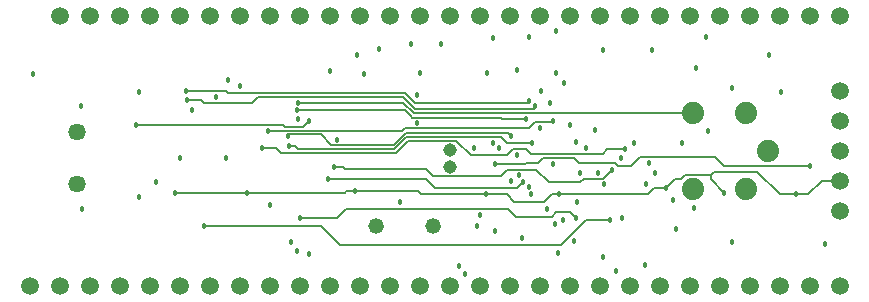
<source format=gbr>
G04 #@! TF.FileFunction,Copper,L3,Inr,Plane*
%FSLAX46Y46*%
G04 Gerber Fmt 4.6, Leading zero omitted, Abs format (unit mm)*
G04 Created by KiCad (PCBNEW 4.0.1-stable) date 2017-03-15 4:54:50 PM*
%MOMM*%
G01*
G04 APERTURE LIST*
%ADD10C,0.100000*%
%ADD11C,1.320800*%
%ADD12C,1.143000*%
%ADD13C,1.879600*%
%ADD14C,1.457960*%
%ADD15C,1.498600*%
%ADD16C,0.457000*%
%ADD17C,0.127000*%
G04 APERTURE END LIST*
D10*
D11*
X148374100Y-111353600D03*
X143548100Y-111353600D03*
D12*
X149771100Y-106324400D03*
X149771100Y-104952800D03*
D13*
X170370500Y-108254800D03*
X170370500Y-101752400D03*
X174891700Y-108254800D03*
X174891700Y-101752400D03*
X176730660Y-105003600D03*
D14*
X118227100Y-103438960D03*
X118227100Y-107838240D03*
D15*
X116751100Y-93573600D03*
X119291100Y-93573600D03*
X121831100Y-93573600D03*
X124371100Y-93573600D03*
X134531100Y-93573600D03*
X137071100Y-93573600D03*
X139611100Y-93573600D03*
X142151100Y-93573600D03*
X144691100Y-93573600D03*
X147231100Y-93573600D03*
X149771100Y-93573600D03*
X131991100Y-93573600D03*
X152311100Y-93573600D03*
X129451100Y-93573600D03*
X154851100Y-93573600D03*
X126911100Y-93573600D03*
X157391100Y-93573600D03*
X159931100Y-93573600D03*
X159931100Y-116433600D03*
X157391100Y-116433600D03*
X154851100Y-116433600D03*
X152311100Y-116433600D03*
X149771100Y-116433600D03*
X147231100Y-116433600D03*
X144691100Y-116433600D03*
X142151100Y-116433600D03*
X139611100Y-116433600D03*
X137071100Y-116433600D03*
X134531100Y-116433600D03*
X131991100Y-116433600D03*
X129451100Y-116433600D03*
X126911100Y-116433600D03*
X162471100Y-93573600D03*
X165011100Y-93573600D03*
X167551100Y-93573600D03*
X170091100Y-93573600D03*
X172631100Y-93573600D03*
X182791100Y-99923600D03*
X175171100Y-93573600D03*
X182791100Y-102463600D03*
X177711100Y-93573600D03*
X182791100Y-105003600D03*
X177711100Y-116433600D03*
X182791100Y-107543600D03*
X175171100Y-116433600D03*
X182791100Y-110083600D03*
X172631100Y-116433600D03*
X170091100Y-116433600D03*
X167551100Y-116433600D03*
X165011100Y-116433600D03*
X162471100Y-116433600D03*
X180251100Y-116433600D03*
X114211100Y-116433600D03*
X180251100Y-93573600D03*
X182791100Y-93573600D03*
X124371100Y-116433600D03*
X121831100Y-116433600D03*
X119291100Y-116433600D03*
X116751100Y-116433600D03*
X182791100Y-116433600D03*
D16*
X130848100Y-105638600D03*
X126911100Y-105638600D03*
X176822100Y-96875600D03*
X124879100Y-107670600D03*
X155867100Y-112369600D03*
X145580100Y-109321600D03*
X160312100Y-112623600D03*
X157518100Y-99923600D03*
X123482100Y-108940600D03*
X134531100Y-109575600D03*
X169456100Y-104368600D03*
X167170100Y-106908600D03*
X140246100Y-104038400D03*
X158661100Y-111226600D03*
X118656100Y-109956600D03*
X118529100Y-101193600D03*
X130000000Y-100425000D03*
X168948100Y-111607600D03*
X127927100Y-101574600D03*
X153600000Y-111775000D03*
X152819100Y-108686600D03*
X141770100Y-108432600D03*
X132626100Y-108559600D03*
X126530100Y-108559600D03*
X159042100Y-108686600D03*
X159423100Y-99288600D03*
X168059100Y-108178600D03*
X179108100Y-108686600D03*
X173012100Y-108559600D03*
X166662100Y-106019600D03*
X173647100Y-112750600D03*
X123482100Y-100050600D03*
X114465100Y-98526600D03*
X146977100Y-100304600D03*
X146977100Y-102641400D03*
X164376100Y-110718600D03*
X164249100Y-105638600D03*
X155486100Y-105384600D03*
X155613100Y-107035600D03*
X158788100Y-94843600D03*
X158788100Y-98399600D03*
X171488100Y-95351600D03*
X156502100Y-95351600D03*
X155486100Y-98145600D03*
X157010100Y-101193600D03*
X127546100Y-100685600D03*
X156502100Y-100812600D03*
X127419100Y-99923600D03*
X130975100Y-99034600D03*
X131991100Y-99542600D03*
X162090100Y-103225600D03*
X161328100Y-104749600D03*
X180251100Y-106273600D03*
X153581100Y-106146600D03*
X136309100Y-112750600D03*
X136055100Y-103733600D03*
X154978100Y-107543600D03*
X154978100Y-103733600D03*
X123228100Y-102844600D03*
X137833100Y-102463600D03*
X139484100Y-107416600D03*
X155994100Y-107670600D03*
X156502100Y-108051600D03*
X156248100Y-102336600D03*
X136817100Y-101574600D03*
X136817100Y-113512600D03*
X136182100Y-104622600D03*
X156756100Y-104368600D03*
X156629100Y-108686600D03*
X166916100Y-96494600D03*
X162725100Y-96494600D03*
X162344100Y-106908600D03*
X160820100Y-106908600D03*
X160566100Y-109321600D03*
X158915100Y-113639600D03*
X159375000Y-110850000D03*
X150533100Y-114782600D03*
X152311100Y-110464600D03*
X151041100Y-115417600D03*
X152057100Y-111353600D03*
X137833100Y-113766600D03*
X137071100Y-110718600D03*
X136944100Y-102336600D03*
X160439100Y-110718600D03*
X181521100Y-112877600D03*
X158026100Y-109956600D03*
X151803100Y-104749600D03*
X153454100Y-95478600D03*
X153962100Y-104749600D03*
X147231100Y-98399600D03*
X152946100Y-98399600D03*
X153454100Y-104368600D03*
X128943100Y-111353600D03*
X163360100Y-110845600D03*
X162725100Y-114020600D03*
X162852100Y-107797600D03*
X168694100Y-109194600D03*
X170472100Y-109829600D03*
X158534100Y-106146600D03*
X163487100Y-106654600D03*
X139992100Y-106400600D03*
X164630100Y-104876600D03*
X133896100Y-104749600D03*
X166281100Y-114655600D03*
X166408100Y-107797600D03*
X163868100Y-115163600D03*
X165392100Y-104368600D03*
X160439100Y-104241600D03*
X171615100Y-103352600D03*
X170599100Y-98018600D03*
X157391100Y-103098600D03*
X159931100Y-102844600D03*
X177838100Y-100050600D03*
X173647100Y-99669600D03*
X158534100Y-102463600D03*
X134404100Y-103352600D03*
X158280100Y-100939600D03*
X146469100Y-95986600D03*
X149009100Y-95986600D03*
X143802100Y-96367600D03*
X141897100Y-96875600D03*
X139611100Y-98272600D03*
X142532100Y-98526600D03*
X136944100Y-100939600D03*
D17*
X154597100Y-108686600D02*
X152819100Y-108686600D01*
X152819100Y-108686600D02*
X147358100Y-108686600D01*
X147358100Y-108686600D02*
X147104100Y-108432600D01*
X147104100Y-108432600D02*
X141770100Y-108432600D01*
X141770100Y-108432600D02*
X141008100Y-108432600D01*
X141008100Y-108432600D02*
X140881100Y-108559600D01*
X140881100Y-108559600D02*
X132626100Y-108559600D01*
X132626100Y-108559600D02*
X126530100Y-108559600D01*
X155232100Y-109321600D02*
X154597100Y-108686600D01*
X157772100Y-109321600D02*
X155232100Y-109321600D01*
X158407100Y-108686600D02*
X157772100Y-109321600D01*
X159042100Y-108686600D02*
X158407100Y-108686600D01*
X166535100Y-108686600D02*
X159042100Y-108686600D01*
X167043100Y-108178600D02*
X166535100Y-108686600D01*
X168059100Y-108178600D02*
X167043100Y-108178600D01*
X169710100Y-107035600D02*
X169329100Y-107416600D01*
X168059100Y-108178600D02*
X168821100Y-107416600D01*
X168821100Y-107416600D02*
X169329100Y-107416600D01*
X169710100Y-107035600D02*
X171869100Y-107035600D01*
X171869100Y-107035600D02*
X172123100Y-106781600D01*
X172123100Y-106781600D02*
X175806100Y-106781600D01*
X175806100Y-106781600D02*
X177711100Y-108686600D01*
X171869100Y-107416600D02*
X171869100Y-107035600D01*
X177711100Y-108686600D02*
X179108100Y-108686600D01*
X173012100Y-108559600D02*
X171869100Y-107416600D01*
X180124100Y-108686600D02*
X179108100Y-108686600D01*
X181267100Y-107543600D02*
X180124100Y-108686600D01*
X182791100Y-107543600D02*
X181267100Y-107543600D01*
X127546100Y-100685600D02*
X128689100Y-100685600D01*
X128689100Y-100685600D02*
X128943100Y-100939600D01*
X128943100Y-100939600D02*
X133007100Y-100939600D01*
X133007100Y-100939600D02*
X133515100Y-100431600D01*
X133515100Y-100431600D02*
X145834100Y-100431600D01*
X145834100Y-100431600D02*
X146850100Y-101447600D01*
X146850100Y-101447600D02*
X154851100Y-101447600D01*
X154851100Y-101447600D02*
X155105100Y-101447600D01*
X155105100Y-101447600D02*
X156883100Y-101447600D01*
X156883100Y-101447600D02*
X157010100Y-101193600D01*
X151676100Y-100939600D02*
X156375100Y-100939600D01*
X156375100Y-100939600D02*
X156502100Y-100812600D01*
X146850100Y-100939600D02*
X151422100Y-100939600D01*
X151422100Y-100939600D02*
X151676100Y-100939600D01*
X131024500Y-100100000D02*
X146010500Y-100100000D01*
X130848100Y-99923600D02*
X131024500Y-100100000D01*
X146010500Y-100100000D02*
X146850100Y-100939600D01*
X127419100Y-99923600D02*
X130848100Y-99923600D01*
X172250100Y-105511600D02*
X165900100Y-105511600D01*
X165900100Y-105511600D02*
X165138100Y-106273600D01*
X165138100Y-106273600D02*
X163995100Y-106273600D01*
X163995100Y-106273600D02*
X163741100Y-106019600D01*
X163741100Y-106019600D02*
X160693100Y-106019600D01*
X160693100Y-106019600D02*
X160312100Y-105638600D01*
X160312100Y-105638600D02*
X157645100Y-105638600D01*
X157645100Y-105638600D02*
X157264100Y-106019600D01*
X157264100Y-106019600D02*
X156248100Y-106019600D01*
X156248100Y-106019600D02*
X156121100Y-106146600D01*
X156121100Y-106146600D02*
X153708100Y-106146600D01*
X153708100Y-106146600D02*
X153581100Y-106146600D01*
X180251100Y-106273600D02*
X179108100Y-106273600D01*
X179108100Y-106273600D02*
X178854100Y-106273600D01*
X178854100Y-106273600D02*
X173012100Y-106273600D01*
X173012100Y-106273600D02*
X172250100Y-105511600D01*
X154978100Y-103733600D02*
X154724100Y-103479600D01*
X154724100Y-103479600D02*
X146088100Y-103479600D01*
X146088100Y-103479600D02*
X145072100Y-104495600D01*
X145072100Y-104495600D02*
X139738100Y-104495600D01*
X139738100Y-104495600D02*
X138849100Y-103606600D01*
X138849100Y-103606600D02*
X136182100Y-103606600D01*
X136182100Y-103606600D02*
X136055100Y-103733600D01*
X135674100Y-102844600D02*
X130086100Y-102844600D01*
X130086100Y-102844600D02*
X123228100Y-102844600D01*
X137325100Y-102971600D02*
X135801100Y-102971600D01*
X135801100Y-102971600D02*
X135674100Y-102844600D01*
X137833100Y-102463600D02*
X137325100Y-102971600D01*
X139484100Y-107416600D02*
X147739100Y-107416600D01*
X147739100Y-107416600D02*
X148501100Y-108178600D01*
X148501100Y-108178600D02*
X155486100Y-108178600D01*
X155486100Y-108178600D02*
X155994100Y-107670600D01*
X156248100Y-102336600D02*
X154216100Y-102336600D01*
X154216100Y-102336600D02*
X154089100Y-102209600D01*
X154089100Y-102209600D02*
X151549100Y-102209600D01*
X146469100Y-102082600D02*
X145961100Y-101574600D01*
X145961100Y-101574600D02*
X136817100Y-101574600D01*
X151549100Y-102209600D02*
X146596100Y-102209600D01*
X146596100Y-102209600D02*
X146469100Y-102082600D01*
X136182100Y-104622600D02*
X136690100Y-104622600D01*
X136690100Y-104622600D02*
X136817100Y-104749600D01*
X136817100Y-104749600D02*
X136944100Y-104876600D01*
X136944100Y-104876600D02*
X145072100Y-104876600D01*
X145072100Y-104876600D02*
X146088100Y-103860600D01*
X146088100Y-103860600D02*
X154089100Y-103860600D01*
X154089100Y-103860600D02*
X154597100Y-104368600D01*
X154597100Y-104368600D02*
X156756100Y-104368600D01*
X137071100Y-110718600D02*
X140246100Y-110718600D01*
X140246100Y-110718600D02*
X141008100Y-109956600D01*
X141008100Y-109956600D02*
X154724100Y-109956600D01*
X154724100Y-109956600D02*
X155359100Y-110591600D01*
X155359100Y-110591600D02*
X158407100Y-110591600D01*
X158407100Y-110591600D02*
X158788100Y-110210600D01*
X158788100Y-110210600D02*
X159931100Y-110210600D01*
X159931100Y-110210600D02*
X160439100Y-110718600D01*
X128943100Y-111353600D02*
X138849100Y-111353600D01*
X138849100Y-111353600D02*
X140500100Y-113004600D01*
X140500100Y-113004600D02*
X159169100Y-113004600D01*
X159169100Y-113004600D02*
X161328100Y-110845600D01*
X161328100Y-110845600D02*
X163360100Y-110845600D01*
X163487100Y-106654600D02*
X162788600Y-107353100D01*
X162788600Y-107353100D02*
X161137600Y-107353100D01*
X161137600Y-107353100D02*
X160820100Y-107670600D01*
X157058100Y-106575600D02*
X154676100Y-106575600D01*
X154676100Y-106575600D02*
X154089100Y-107162600D01*
X148374100Y-107162600D02*
X147739100Y-106527600D01*
X147739100Y-106527600D02*
X140881100Y-106527600D01*
X139992100Y-106400600D02*
X140754100Y-106400600D01*
X140754100Y-106400600D02*
X140881100Y-106527600D01*
X157058100Y-106575600D02*
X158153100Y-107670600D01*
X158153100Y-107670600D02*
X160820100Y-107670600D01*
X148374100Y-107162600D02*
X149009100Y-107162600D01*
X149009100Y-107162600D02*
X153708100Y-107162600D01*
X153708100Y-107162600D02*
X154089100Y-107162600D01*
X164630100Y-104876600D02*
X163106100Y-104876600D01*
X163106100Y-104876600D02*
X162725100Y-105257600D01*
X162725100Y-105257600D02*
X156629100Y-105257600D01*
X156629100Y-105257600D02*
X156248100Y-104876600D01*
X156248100Y-104876600D02*
X155105100Y-104876600D01*
X155105100Y-104876600D02*
X154597100Y-105384600D01*
X154597100Y-105384600D02*
X151549100Y-105384600D01*
X151549100Y-105384600D02*
X150329100Y-104164600D01*
X150329100Y-104164600D02*
X146292100Y-104164600D01*
X146292100Y-104164600D02*
X145276100Y-105180600D01*
X145276100Y-105180600D02*
X135470100Y-105180600D01*
X135470100Y-105180600D02*
X135166100Y-104876600D01*
X133896100Y-104749600D02*
X135039100Y-104749600D01*
X135039100Y-104749600D02*
X135166100Y-104876600D01*
X158534100Y-102463600D02*
X158407100Y-102590600D01*
X158407100Y-102590600D02*
X157010100Y-102590600D01*
X157010100Y-102590600D02*
X156502100Y-103098600D01*
X156502100Y-103098600D02*
X150025100Y-103098600D01*
X150025100Y-103098600D02*
X145961100Y-103098600D01*
X145961100Y-103098600D02*
X145784100Y-103275600D01*
X145784100Y-103275600D02*
X135624100Y-103275600D01*
X134404100Y-103352600D02*
X135547100Y-103352600D01*
X135547100Y-103352600D02*
X135624100Y-103275600D01*
X136944100Y-100939600D02*
X145834100Y-100939600D01*
X145834100Y-100939600D02*
X146723100Y-101828600D01*
X169786300Y-101828600D02*
X170370500Y-101752400D01*
X169786300Y-101828600D02*
X154851100Y-101828600D01*
X154851100Y-101828600D02*
X154597100Y-101828600D01*
X154597100Y-101828600D02*
X154343100Y-101828600D01*
X154343100Y-101828600D02*
X146723100Y-101828600D01*
M02*

</source>
